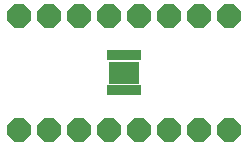
<source format=gts>
G75*
%MOIN*%
%OFA0B0*%
%FSLAX25Y25*%
%IPPOS*%
%LPD*%
%AMOC8*
5,1,8,0,0,1.08239X$1,22.5*
%
%ADD10OC8,0.07984*%
%ADD11R,0.01984X0.03784*%
%ADD12R,0.10084X0.07684*%
D10*
X0011800Y0007863D03*
X0021800Y0007863D03*
X0031800Y0007863D03*
X0041800Y0007863D03*
X0051800Y0007863D03*
X0061800Y0007863D03*
X0071800Y0007863D03*
X0081800Y0007863D03*
X0081800Y0045737D03*
X0071800Y0045737D03*
X0061800Y0045737D03*
X0051800Y0045737D03*
X0041800Y0045737D03*
X0031800Y0045737D03*
X0021800Y0045737D03*
X0011800Y0045737D03*
D11*
X0042100Y0032700D03*
X0043700Y0032700D03*
X0045200Y0032700D03*
X0046800Y0032700D03*
X0048400Y0032700D03*
X0049900Y0032700D03*
X0051500Y0032700D03*
X0051500Y0020900D03*
X0049900Y0020900D03*
X0048400Y0020900D03*
X0046800Y0020900D03*
X0045200Y0020900D03*
X0043700Y0020900D03*
X0042100Y0020900D03*
D12*
X0046800Y0026800D03*
M02*

</source>
